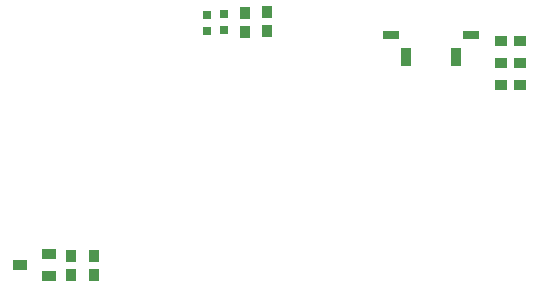
<source format=gtp>
G04 Layer_Color=8421504*
%FSLAX44Y44*%
%MOMM*%
G71*
G01*
G75*
%ADD10R,0.9500X1.0000*%
%ADD11R,1.2000X0.8500*%
%ADD12R,1.0000X0.9500*%
%ADD13R,0.8000X0.7500*%
%ADD14R,1.4500X0.8000*%
%ADD15R,0.9000X1.5000*%
D10*
X140569Y9810D02*
D03*
Y-6190D02*
D03*
X120388Y9376D02*
D03*
Y-6624D02*
D03*
X267673Y199582D02*
D03*
Y215582D02*
D03*
X286495Y215824D02*
D03*
Y199824D02*
D03*
D11*
X77500Y2000D02*
D03*
X102446Y11398D02*
D03*
X102500Y-7500D02*
D03*
D12*
X501000Y154000D02*
D03*
X485000D02*
D03*
X500899Y191514D02*
D03*
X484899D02*
D03*
X485220Y172582D02*
D03*
X501220D02*
D03*
D13*
X235588Y213851D02*
D03*
Y200351D02*
D03*
X250452Y200533D02*
D03*
Y214033D02*
D03*
D14*
X459286Y196534D02*
D03*
X391824D02*
D03*
D15*
X446612Y177738D02*
D03*
X404600D02*
D03*
M02*

</source>
